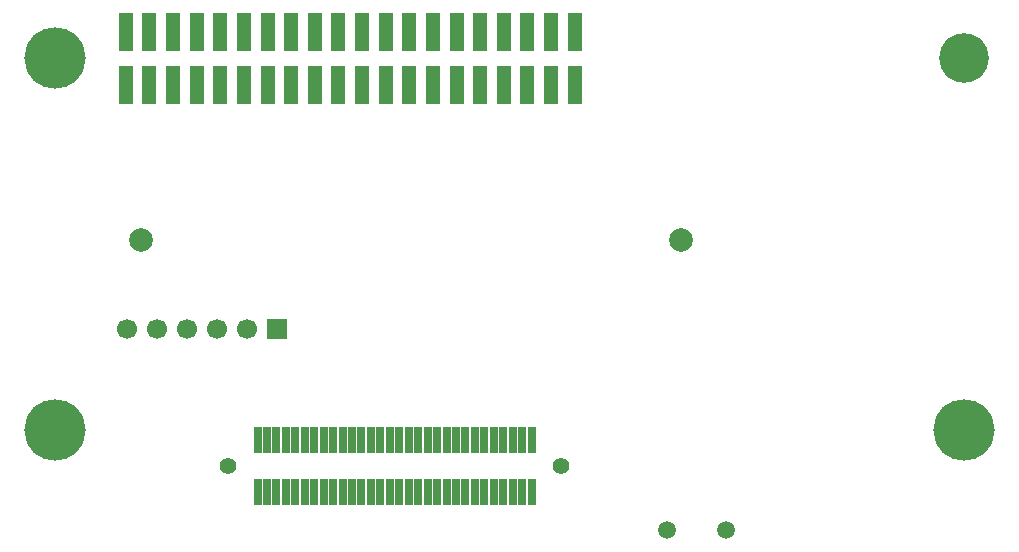
<source format=gbs>
%FSTAX24Y24*%
%MOMM*%
%SFA1B1*%

%IPPOS*%
%ADD26C,1.499997*%
%ADD46R,0.699999X2.199996*%
%ADD47R,1.199998X3.199994*%
%ADD48C,1.999996*%
%ADD49R,1.699997X1.699997*%
%ADD50C,1.699997*%
%ADD51C,0.999998*%
%ADD52C,1.399997*%
%ADD53C,5.199990*%
%ADD54C,4.199992*%
%LNio-testing-mezzanine-1*%
%LPD*%
G54D26*
X707999Y200499D03*
X657999D03*
G54D46*
X543499Y276499D03*
X535499D03*
X527499D03*
X519499D03*
X511499D03*
X503499D03*
X495499D03*
X487499D03*
X479499D03*
X471499D03*
X463499D03*
X455499D03*
X447499D03*
X439499D03*
X431499D03*
X423499D03*
X415499D03*
X407499D03*
X399499D03*
X391499D03*
X383499D03*
X375499D03*
X367499D03*
X359499D03*
X351499D03*
X343499D03*
X335499D03*
X327499D03*
X319499D03*
X311499Y232499D03*
X543499D03*
X535499D03*
X527499D03*
X519499D03*
X511499D03*
X503499D03*
X495499D03*
X487499D03*
X479499D03*
X471499D03*
X463499D03*
X455499D03*
X447499D03*
X439499D03*
X431499D03*
X423499D03*
X415499D03*
X407499D03*
X399499D03*
X391499D03*
X383499D03*
X375499D03*
X367499D03*
X359499D03*
X351499D03*
X343499D03*
X335499D03*
X327499D03*
X319499D03*
X311499Y276499D03*
G54D47*
X579999Y577499D03*
Y622499D03*
X559999Y577499D03*
Y622499D03*
X539999Y577499D03*
Y622499D03*
X519999Y577499D03*
Y622499D03*
X499999Y577499D03*
Y622499D03*
X479999Y577499D03*
Y622499D03*
X459999Y577499D03*
Y622499D03*
X439999Y577499D03*
Y622499D03*
X419999Y577499D03*
Y622499D03*
X399999Y577499D03*
Y622499D03*
X379999Y577499D03*
Y622499D03*
X359999Y577499D03*
Y622499D03*
X339999Y577499D03*
Y622499D03*
X319999Y577499D03*
Y622499D03*
X299999Y577499D03*
Y622499D03*
X279999Y577499D03*
Y622499D03*
X259999Y577499D03*
Y622499D03*
X239999Y577499D03*
Y622499D03*
X219999Y577499D03*
Y622499D03*
X199999Y577499D03*
Y622499D03*
G54D48*
X212699Y446299D03*
X669899Y446099D03*
G54D49*
X327599Y370399D03*
G54D50*
X302199Y370399D03*
X276799D03*
X251399D03*
X225999D03*
X200599D03*
G54D51*
X286499Y254499D03*
X568499D03*
G54D52*
X568499Y254499D03*
X286499D03*
G54D53*
X139999Y599999D03*
X909999Y284999D03*
X139999D03*
G54D54*
X909999Y599999D03*
M02*
</source>
